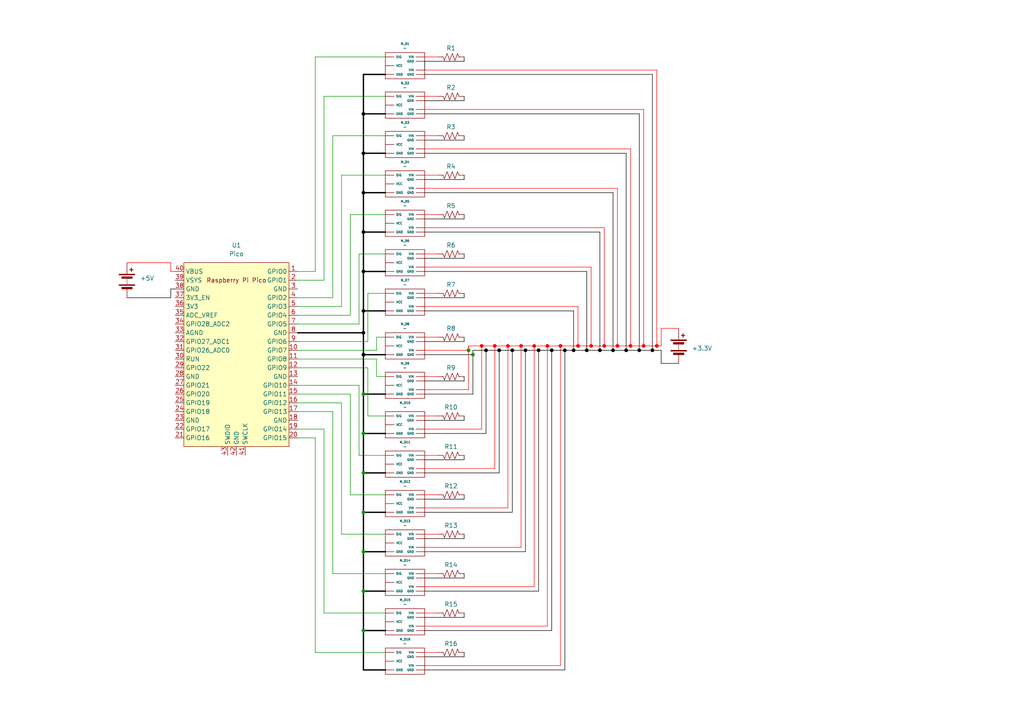
<source format=kicad_sch>
(kicad_sch (version 20231120) (generator "eeschema") (generator_version "8.0")
  (paper "A4")
  (title_block (title "Starfish Circuit Diagram") (date "2024-11-07"))
  (lib_symbols
    (symbol "Device:Battery" (pin_numbers hide) (pin_names (offset 0) hide)
      (property "Reference" "BT" (at 2.54 2.54 0))
      (property "Value" "Battery" (at 2.54 0 0))
      (symbol "Battery_0_1"
        (rectangle (start -2.286 -1.27) (end 2.286 -1.524) (fill (type outline)))
        (rectangle (start -2.286 1.778) (end 2.286 1.524) (fill (type outline)))
        (rectangle (start -1.524 -2.032) (end 1.524 -2.54) (fill (type outline)))
        (rectangle (start -1.524 1.016) (end 1.524 0.508) (fill (type outline)))
        (polyline (pts (xy 0 -1.016) (xy 0 -0.762)))
        (polyline (pts (xy 0 -0.508) (xy 0 -0.254)))
        (polyline (pts (xy 0 0) (xy 0 0.254)))
        (polyline (pts (xy 0 1.778) (xy 0 2.54)))
        (polyline (pts (xy 0.762 3.048) (xy 1.778 3.048)) (stroke (width 0.254)))
        (polyline (pts (xy 1.27 3.556) (xy 1.27 2.54)) (stroke (width 0.254)))
      )
      (symbol "Battery_1_1"
        (pin passive line (at 0 5.08 270) (length 2.54) (name "+") (number "1"))
        (pin passive line (at 0 -5.08 90) (length 2.54) (name "-") (number "2"))
      )
    )
    (symbol "Device:R_US" (pin_numbers hide) (pin_names (offset 0))
      (property "Reference" "R" (at 2.54 0 90))
      (property "Value" "R_US" (at -2.54 0 90))
      (symbol "R_US_0_1"
        (polyline (pts (xy 0 -2.286) (xy 0 -2.54)))
        (polyline (pts (xy 0 2.286) (xy 0 2.54)))
        (polyline (pts (xy 0 -0.762) (xy 1.016 -1.143) (xy 0 -1.524) (xy -1.016 -1.905) (xy 0 -2.286)))
        (polyline (pts (xy 0 0.762) (xy 1.016 0.381) (xy 0 0) (xy -1.016 -0.381) (xy 0 -0.762)))
        (polyline (pts (xy 0 2.286) (xy 1.016 1.905) (xy 0 1.524) (xy -1.016 1.143) (xy 0 0.762)))
      )
      (symbol "R_US_1_1"
        (pin passive line (at 0 3.81 270) (length 1.27) (name "~") (number "1"))
        (pin passive line (at 0 -3.81 90) (length 1.27) (name "~") (number "2"))
      )
    )
    (symbol "IRF520_MOSFET_Driver_1"
      (property "Reference" "M_D" (at 0 0 0))
      (symbol "IRF520_MOSFET_Driver_1_0_1"
        (rectangle (start 0 7.62) (end 11.43 0))
      )
      (symbol "IRF520_MOSFET_Driver_1_1_1"
        (pin input line (at 0 1.27 0) (length 2.54) (name "GND") (number ""))
        (pin output line (at 11.43 1.27 180) (length 2.54) (name "GND") (number ""))
        (pin output line (at 11.43 5.08 180) (length 2.54) (name "GND") (number ""))
        (pin input line (at 0 6.35 0) (length 2.54) (name "SIG") (number ""))
        (pin input line (at 0 3.81 0) (length 2.54) (name "VCC") (number ""))
        (pin input line (at 11.43 2.54 180) (length 2.54) (name "VIN") (number ""))
        (pin input line (at 11.43 6.35 180) (length 2.54) (name "VIN") (number ""))
      )
    )
    (symbol "MCU_RaspberryPi_and_Boards:Pico"
      (property "Reference" "U" (at -13.97 27.94 0))
      (property "Value" "Pico" (at 0 19.05 0))
      (symbol "Pico_0_0"
        (text "Raspberry Pi Pico" (at 0 21.59 0) (effects (font (size 1.27 1.27))))
      )
      (symbol "Pico_0_1"
        (rectangle (start -15.24 26.67) (end 15.24 -26.67) (fill (type background)))
      )
      (symbol "Pico_1_1"
        (pin bidirectional line (at -17.78 24.13 0) (length 2.54) (name "GPIO0") (number "1"))
        (pin bidirectional line (at -17.78 1.27 0) (length 2.54) (name "GPIO7") (number "10"))
        (pin bidirectional line (at -17.78 -1.27 0) (length 2.54) (name "GPIO8") (number "11"))
        (pin bidirectional line (at -17.78 -3.81 0) (length 2.54) (name "GPIO9") (number "12"))
        (pin power_in line (at -17.78 -6.35 0) (length 2.54) (name "GND") (number "13"))
        (pin bidirectional line (at -17.78 -8.89 0) (length 2.54) (name "GPIO10") (number "14"))
        (pin bidirectional line (at -17.78 -11.43 0) (length 2.54) (name "GPIO11") (number "15"))
        (pin bidirectional line (at -17.78 -13.97 0) (length 2.54) (name "GPIO12") (number "16"))
        (pin bidirectional line (at -17.78 -16.51 0) (length 2.54) (name "GPIO13") (number "17"))
        (pin power_in line (at -17.78 -19.05 0) (length 2.54) (name "GND") (number "18"))
        (pin bidirectional line (at -17.78 -21.59 0) (length 2.54) (name "GPIO14") (number "19"))
        (pin bidirectional line (at -17.78 21.59 0) (length 2.54) (name "GPIO1") (number "2"))
        (pin bidirectional line (at -17.78 -24.13 0) (length 2.54) (name "GPIO15") (number "20"))
        (pin bidirectional line (at 17.78 -24.13 180) (length 2.54) (name "GPIO16") (number "21"))
        (pin bidirectional line (at 17.78 -21.59 180) (length 2.54) (name "GPIO17") (number "22"))
        (pin power_in line (at 17.78 -19.05 180) (length 2.54) (name "GND") (number "23"))
        (pin bidirectional line (at 17.78 -16.51 180) (length 2.54) (name "GPIO18") (number "24"))
        (pin bidirectional line (at 17.78 -13.97 180) (length 2.54) (name "GPIO19") (number "25"))
        (pin bidirectional line (at 17.78 -11.43 180) (length 2.54) (name "GPIO20") (number "26"))
        (pin bidirectional line (at 17.78 -8.89 180) (length 2.54) (name "GPIO21") (number "27"))
        (pin power_in line (at 17.78 -6.35 180) (length 2.54) (name "GND") (number "28"))
        (pin bidirectional line (at 17.78 -3.81 180) (length 2.54) (name "GPIO22") (number "29"))
        (pin power_in line (at -17.78 19.05 0) (length 2.54) (name "GND") (number "3"))
        (pin input line (at 17.78 -1.27 180) (length 2.54) (name "RUN") (number "30"))
        (pin bidirectional line (at 17.78 1.27 180) (length 2.54) (name "GPIO26_ADC0") (number "31"))
        (pin bidirectional line (at 17.78 3.81 180) (length 2.54) (name "GPIO27_ADC1") (number "32"))
        (pin power_in line (at 17.78 6.35 180) (length 2.54) (name "AGND") (number "33"))
        (pin bidirectional line (at 17.78 8.89 180) (length 2.54) (name "GPIO28_ADC2") (number "34"))
        (pin power_in line (at 17.78 11.43 180) (length 2.54) (name "ADC_VREF") (number "35"))
        (pin power_in line (at 17.78 13.97 180) (length 2.54) (name "3V3") (number "36"))
        (pin input line (at 17.78 16.51 180) (length 2.54) (name "3V3_EN") (number "37"))
        (pin bidirectional line (at 17.78 19.05 180) (length 2.54) (name "GND") (number "38"))
        (pin power_in line (at 17.78 21.59 180) (length 2.54) (name "VSYS") (number "39"))
        (pin bidirectional line (at -17.78 16.51 0) (length 2.54) (name "GPIO2") (number "4"))
        (pin power_in line (at 17.78 24.13 180) (length 2.54) (name "VBUS") (number "40"))
        (pin input line (at -2.54 -29.21 90) (length 2.54) (name "SWCLK") (number "41"))
        (pin power_in line (at 0 -29.21 90) (length 2.54) (name "GND") (number "42"))
        (pin bidirectional line (at 2.54 -29.21 90) (length 2.54) (name "SWDIO") (number "43"))
        (pin bidirectional line (at -17.78 13.97 0) (length 2.54) (name "GPIO3") (number "5"))
        (pin bidirectional line (at -17.78 11.43 0) (length 2.54) (name "GPIO4") (number "6"))
        (pin bidirectional line (at -17.78 8.89 0) (length 2.54) (name "GPIO5") (number "7"))
        (pin power_in line (at -17.78 6.35 0) (length 2.54) (name "GND") (number "8"))
        (pin bidirectional line (at -17.78 3.81 0) (length 2.54) (name "GPIO6") (number "9"))
      )
    )
  )
  (junction (at 148.59 101.6) (color 0 0 0 1))
  (junction (at 152.4 101.6) (color 0 0 0 1))
  (junction (at 189.23 101.6) (color 0 0 0 1))
  (junction (at 105.41 148.59))
  (junction (at 105.41 55.88) (color 0 0 0 1))
  (junction (at 173.99 101.6) (color 0 0 0 1))
  (junction (at 105.41 78.74) (color 0 0 0 1))
  (junction (at 166.37 101.6) (color 0 0 0 1))
  (junction (at 186.69 100.33) (color 253 0 0 1))
  (junction (at 181.61 101.6) (color 0 0 0 1))
  (junction (at 151.13 100.33) (color 253 0 0 1))
  (junction (at 105.41 137.16))
  (junction (at 105.41 96.52) (color 0 0 0 1))
  (junction (at 190.5 100.33) (color 253 0 0 1))
  (junction (at 171.45 100.33) (color 253 0 0 1))
  (junction (at 105.41 67.31) (color 0 0 0 1))
  (junction (at 105.41 125.73))
  (junction (at 105.41 171.45))
  (junction (at 160.02 101.6) (color 0 0 0 1))
  (junction (at 135.89 101.6))
  (junction (at 182.88 100.33) (color 253 0 0 1))
  (junction (at 105.41 182.88))
  (junction (at 137.16 102.87))
  (junction (at 154.94 100.33) (color 253 0 0 1))
  (junction (at 105.41 90.17) (color 0 0 0 1))
  (junction (at 105.41 114.3))
  (junction (at 167.64 100.33) (color 253 0 0 1))
  (junction (at 170.18 101.6) (color 0 0 0 1))
  (junction (at 139.7 100.33) (color 253 0 0 1))
  (junction (at 177.8 101.6) (color 0 0 0 1))
  (junction (at 163.83 101.6) (color 0 0 0 1))
  (junction (at 147.32 100.33) (color 253 0 0 1))
  (junction (at 143.51 100.33) (color 253 0 0 1))
  (junction (at 105.41 160.02))
  (junction (at 105.41 102.87) (color 0 0 0 1))
  (junction (at 185.42 101.6) (color 0 0 0 1))
  (junction (at 175.26 100.33) (color 253 0 0 1))
  (junction (at 144.78 101.6) (color 0 0 0 1))
  (junction (at 156.21 101.6) (color 0 0 0 1))
  (junction (at 179.07 100.33) (color 253 0 0 1))
  (junction (at 105.41 44.45) (color 0 0 0 1))
  (junction (at 140.97 101.6) (color 0 0 0 1))
  (junction (at 105.41 33.02) (color 0 0 0 1))
  (junction (at 158.75 100.33) (color 253 0 0 1))
  (junction (at 162.56 100.33) (color 253 0 0 1))
  (wire (pts (xy 105.41 33.02) (xy 111.76 33.02)) (stroke (width 0.381) (color 0 0 0 1)))
  (wire (pts (xy 134.62 154.94) (xy 134.62 156.21)) (stroke (width 0) (color 0 0 0 1)))
  (wire (pts (xy 104.14 111.76) (xy 86.36 111.76)))
  (wire (pts (xy 123.19 52.07) (xy 134.62 52.07)) (stroke (width 0) (color 0 0 0 1)))
  (wire (pts (xy 123.19 78.74) (xy 170.18 78.74)) (stroke (width 0) (color 0 0 0 1)))
  (wire (pts (xy 167.64 100.33) (xy 171.45 100.33)) (stroke (width 0) (color 255 0 0 1)))
  (wire (pts (xy 135.89 101.6) (xy 135.89 100.33)) (stroke (width 0) (color 253 0 0 1)))
  (wire (pts (xy 189.23 101.6) (xy 191.77 101.6)) (stroke (width 0) (color 0 0 0 1)))
  (wire (pts (xy 152.4 101.6) (xy 156.21 101.6)) (stroke (width 0) (color 0 0 0 1)))
  (wire (pts (xy 190.5 20.32) (xy 190.5 100.33)) (stroke (width 0) (color 255 0 0 1)))
  (wire (pts (xy 91.44 16.51) (xy 111.76 16.51)))
  (wire (pts (xy 105.41 137.16) (xy 105.41 148.59)) (stroke (width 0.381) (color 0 0 0 1)))
  (wire (pts (xy 123.19 177.8) (xy 127 177.8)) (stroke (width 0) (color 255 0 0 1)))
  (wire (pts (xy 123.19 181.61) (xy 158.75 181.61)) (stroke (width 0) (color 253 0 0 1)))
  (wire (pts (xy 36.83 76.2) (xy 49.53 76.2)) (stroke (width 0) (color 251 0 0 1)))
  (wire (pts (xy 143.51 135.89) (xy 143.51 100.33)) (stroke (width 0) (color 253 0 0 1)))
  (wire (pts (xy 49.53 86.36) (xy 36.83 86.36)) (stroke (width 0) (color 0 0 0 1)))
  (wire (pts (xy 123.19 31.75) (xy 186.69 31.75)) (stroke (width 0) (color 255 0 0 1)))
  (wire (pts (xy 105.41 137.16) (xy 111.76 137.16)) (stroke (width 0.381) (color 0 0 0 1)))
  (wire (pts (xy 123.19 86.36) (xy 134.62 86.36)) (stroke (width 0) (color 0 0 0 1)))
  (wire (pts (xy 93.98 81.28) (xy 86.36 81.28)))
  (wire (pts (xy 134.62 109.22) (xy 134.62 110.49)) (stroke (width 0) (color 0 0 0 1)))
  (wire (pts (xy 143.51 100.33) (xy 147.32 100.33)) (stroke (width 0) (color 255 0 0 1)))
  (wire (pts (xy 144.78 101.6) (xy 148.59 101.6)) (stroke (width 0) (color 0 0 0 1)))
  (wire (pts (xy 101.6 143.51) (xy 101.6 114.3)))
  (wire (pts (xy 105.41 148.59) (xy 105.41 160.02)) (stroke (width 0.381) (color 0 0 0 1)))
  (wire (pts (xy 154.94 170.18) (xy 154.94 100.33)) (stroke (width 0) (color 253 0 0 1)))
  (wire (pts (xy 127 16.51) (xy 123.19 16.51)) (stroke (width 0) (color 255 0 0 1)))
  (wire (pts (xy 179.07 100.33) (xy 182.88 100.33)) (stroke (width 0) (color 255 0 0 1)))
  (wire (pts (xy 134.62 97.79) (xy 134.62 99.06)) (stroke (width 0) (color 0 0 0 1)))
  (wire (pts (xy 154.94 100.33) (xy 158.75 100.33)) (stroke (width 0) (color 255 0 0 1)))
  (wire (pts (xy 93.98 27.94) (xy 93.98 81.28)))
  (wire (pts (xy 137.16 114.3) (xy 137.16 102.87)) (stroke (width 0) (color 0 0 0 1)))
  (wire (pts (xy 134.62 85.09) (xy 134.62 86.36)) (stroke (width 0) (color 0 0 0 1)))
  (wire (pts (xy 123.19 125.73) (xy 140.97 125.73)) (stroke (width 0) (color 0 0 0 1)))
  (wire (pts (xy 111.76 177.8) (xy 93.98 177.8)))
  (wire (pts (xy 162.56 193.04) (xy 162.56 100.33)) (stroke (width 0) (color 253 0 0 1)))
  (wire (pts (xy 123.19 99.06) (xy 134.62 99.06)) (stroke (width 0) (color 0 0 0 1)))
  (wire (pts (xy 134.62 62.23) (xy 134.62 63.5)) (stroke (width 0) (color 0 0 0 1)))
  (wire (pts (xy 123.19 193.04) (xy 162.56 193.04)) (stroke (width 0) (color 253 0 0 1)))
  (wire (pts (xy 123.19 43.18) (xy 182.88 43.18)) (stroke (width 0) (color 255 0 0 1)))
  (wire (pts (xy 152.4 160.02) (xy 152.4 101.6)) (stroke (width 0) (color 0 0 0 1)))
  (wire (pts (xy 123.19 144.78) (xy 134.62 144.78)) (stroke (width 0) (color 0 0 0 1)))
  (wire (pts (xy 105.41 33.02) (xy 105.41 44.45)) (stroke (width 0.381) (color 0 0 0 1)))
  (wire (pts (xy 181.61 44.45) (xy 181.61 101.6)) (stroke (width 0) (color 0 0 0 1)))
  (wire (pts (xy 134.62 177.8) (xy 134.62 179.07)) (stroke (width 0) (color 0 0 0 1)))
  (wire (pts (xy 127 50.8) (xy 123.19 50.8)) (stroke (width 0) (color 255 0 0 1)))
  (wire (pts (xy 123.19 102.87) (xy 137.16 102.87)) (stroke (width 0) (color 0 0 0 1)))
  (wire (pts (xy 191.77 105.41) (xy 196.85 105.41)) (stroke (width 0) (color 0 0 0 1)))
  (wire (pts (xy 123.19 190.5) (xy 134.62 190.5)) (stroke (width 0) (color 0 0 0 1)))
  (wire (pts (xy 123.19 179.07) (xy 134.62 179.07)) (stroke (width 0) (color 0 0 0 1)))
  (wire (pts (xy 123.19 160.02) (xy 152.4 160.02)) (stroke (width 0) (color 0 0 0 1)))
  (wire (pts (xy 177.8 55.88) (xy 177.8 101.6)) (stroke (width 0) (color 0 0 0 1)))
  (wire (pts (xy 167.64 88.9) (xy 167.64 100.33)) (stroke (width 0) (color 255 0 0 1)))
  (wire (pts (xy 123.19 40.64) (xy 134.62 40.64)) (stroke (width 0) (color 0 0 0 1)))
  (wire (pts (xy 123.19 124.46) (xy 139.7 124.46)) (stroke (width 0) (color 253 0 0 1)))
  (wire (pts (xy 96.52 39.37) (xy 96.52 86.36)))
  (wire (pts (xy 96.52 166.37) (xy 96.52 119.38)))
  (wire (pts (xy 91.44 189.23) (xy 91.44 127)))
  (wire (pts (xy 134.62 132.08) (xy 134.62 133.35)) (stroke (width 0) (color 0 0 0 1)))
  (wire (pts (xy 190.5 100.33) (xy 191.77 100.33)) (stroke (width 0) (color 255 0 0 1)))
  (wire (pts (xy 134.62 16.51) (xy 134.62 17.78)) (stroke (width 0) (color 0 0 0 1)))
  (wire (pts (xy 140.97 125.73) (xy 140.97 101.6)) (stroke (width 0) (color 0 0 0 1)))
  (wire (pts (xy 104.14 93.98) (xy 86.36 93.98)))
  (wire (pts (xy 91.44 78.74) (xy 86.36 78.74)))
  (wire (pts (xy 105.41 171.45) (xy 105.41 182.88)) (stroke (width 0.381) (color 0 0 0 1)))
  (wire (pts (xy 99.06 116.84) (xy 86.36 116.84)))
  (wire (pts (xy 123.19 17.78) (xy 123.19 20.32)) (stroke (width 0) (color 0 0 0 1)))
  (wire (pts (xy 105.41 160.02) (xy 105.41 171.45)) (stroke (width 0.381) (color 0 0 0 1)))
  (wire (pts (xy 123.19 170.18) (xy 154.94 170.18)) (stroke (width 0) (color 253 0 0 1)))
  (wire (pts (xy 166.37 101.6) (xy 170.18 101.6)) (stroke (width 0) (color 0 0 0 1)))
  (wire (pts (xy 93.98 177.8) (xy 93.98 124.46)))
  (wire (pts (xy 105.41 171.45) (xy 111.76 171.45)) (stroke (width 0.381) (color 0 0 0 1)))
  (wire (pts (xy 123.19 137.16) (xy 144.78 137.16)) (stroke (width 0) (color 0 0 0 1)))
  (wire (pts (xy 123.19 194.31) (xy 163.83 194.31)) (stroke (width 0) (color 0 0 0 1)))
  (wire (pts (xy 111.76 166.37) (xy 96.52 166.37)))
  (wire (pts (xy 111.76 39.37) (xy 96.52 39.37)))
  (wire (pts (xy 91.44 127) (xy 86.36 127)))
  (wire (pts (xy 185.42 101.6) (xy 189.23 101.6)) (stroke (width 0) (color 0 0 0 1)))
  (wire (pts (xy 177.8 101.6) (xy 181.61 101.6)) (stroke (width 0) (color 0 0 0 1)))
  (wire (pts (xy 179.07 54.61) (xy 179.07 100.33)) (stroke (width 0) (color 255 0 0 1)))
  (wire (pts (xy 105.41 194.31) (xy 105.41 182.88)) (stroke (width 0.381) (color 0 0 0 1)))
  (wire (pts (xy 134.62 39.37) (xy 134.62 40.64)) (stroke (width 0) (color 0 0 0 1)))
  (wire (pts (xy 105.41 55.88) (xy 111.76 55.88)) (stroke (width 0.381) (color 0 0 0 1)))
  (wire (pts (xy 182.88 43.18) (xy 182.88 100.33)) (stroke (width 0) (color 255 0 0 1)))
  (wire (pts (xy 111.76 189.23) (xy 91.44 189.23)))
  (wire (pts (xy 109.22 109.22) (xy 111.76 109.22)))
  (wire (pts (xy 123.19 143.51) (xy 127 143.51)) (stroke (width 0) (color 255 0 0 1)))
  (wire (pts (xy 158.75 100.33) (xy 162.56 100.33)) (stroke (width 0) (color 255 0 0 1)))
  (wire (pts (xy 147.32 100.33) (xy 151.13 100.33)) (stroke (width 0) (color 255 0 0 1)))
  (wire (pts (xy 105.41 114.3) (xy 105.41 125.73)) (stroke (width 0.381) (color 0 0 0 1)))
  (wire (pts (xy 50.8 83.82) (xy 49.53 83.82)) (stroke (width 0) (color 0 0 0 1)))
  (wire (pts (xy 123.19 33.02) (xy 185.42 33.02)) (stroke (width 0) (color 0 0 0 1)))
  (wire (pts (xy 148.59 148.59) (xy 148.59 101.6)) (stroke (width 0) (color 0 0 0 1)))
  (wire (pts (xy 181.61 101.6) (xy 185.42 101.6)) (stroke (width 0) (color 0 0 0 1)))
  (wire (pts (xy 148.59 101.6) (xy 152.4 101.6)) (stroke (width 0) (color 0 0 0 1)))
  (wire (pts (xy 123.19 66.04) (xy 175.26 66.04)) (stroke (width 0) (color 255 0 0 1)))
  (wire (pts (xy 123.19 109.22) (xy 127 109.22)) (stroke (width 0) (color 255 0 0 1)))
  (wire (pts (xy 105.41 44.45) (xy 111.76 44.45)) (stroke (width 0.381) (color 0 0 0 1)))
  (wire (pts (xy 106.68 106.68) (xy 86.36 106.68)))
  (wire (pts (xy 173.99 67.31) (xy 173.99 101.6)) (stroke (width 0) (color 0 0 0 1)))
  (wire (pts (xy 123.19 167.64) (xy 134.62 167.64)) (stroke (width 0) (color 0 0 0 1)))
  (wire (pts (xy 151.13 100.33) (xy 154.94 100.33)) (stroke (width 0) (color 255 0 0 1)))
  (wire (pts (xy 127 120.65) (xy 123.19 120.65)) (stroke (width 0) (color 255 0 0 1)))
  (wire (pts (xy 123.19 132.08) (xy 127 132.08)) (stroke (width 0) (color 255 0 0 1)))
  (wire (pts (xy 123.19 101.6) (xy 135.89 101.6)) (stroke (width 0) (color 255 0 0 1)))
  (wire (pts (xy 134.62 73.66) (xy 134.62 74.93)) (stroke (width 0) (color 0 0 0 1)))
  (wire (pts (xy 105.41 102.87) (xy 111.76 102.87)) (stroke (width 0.381) (color 0 0 0 1)))
  (wire (pts (xy 105.41 148.59) (xy 111.76 148.59)) (stroke (width 0.381) (color 0 0 0 1)))
  (wire (pts (xy 163.83 101.6) (xy 166.37 101.6)) (stroke (width 0) (color 0 0 0 1)))
  (wire (pts (xy 170.18 101.6) (xy 173.99 101.6)) (stroke (width 0) (color 0 0 0 1)))
  (wire (pts (xy 105.41 78.74) (xy 111.76 78.74)) (stroke (width 0.381) (color 0 0 0 1)))
  (wire (pts (xy 123.19 74.93) (xy 134.62 74.93)) (stroke (width 0) (color 0 0 0 1)))
  (wire (pts (xy 144.78 137.16) (xy 144.78 101.6)) (stroke (width 0) (color 0 0 0 1)))
  (wire (pts (xy 123.19 189.23) (xy 127 189.23)) (stroke (width 0) (color 255 0 0 1)))
  (wire (pts (xy 111.76 85.09) (xy 106.68 85.09)))
  (wire (pts (xy 137.16 101.6) (xy 140.97 101.6)) (stroke (width 0) (color 0 0 0 1)))
  (wire (pts (xy 175.26 66.04) (xy 175.26 100.33)) (stroke (width 0) (color 255 0 0 1)))
  (wire (pts (xy 105.41 67.31) (xy 105.41 78.74)) (stroke (width 0.381) (color 0 0 0 1)))
  (wire (pts (xy 105.41 102.87) (xy 105.41 114.3)) (stroke (width 0.381) (color 0 0 0 1)))
  (wire (pts (xy 105.41 114.3) (xy 111.76 114.3)) (stroke (width 0.381) (color 0 0 0 1)))
  (wire (pts (xy 139.7 124.46) (xy 139.7 100.33)) (stroke (width 0) (color 253 0 0 1)))
  (wire (pts (xy 123.19 77.47) (xy 171.45 77.47)) (stroke (width 0) (color 255 0 0 1)))
  (wire (pts (xy 105.41 160.02) (xy 111.76 160.02)) (stroke (width 0.381) (color 0 0 0 1)))
  (wire (pts (xy 182.88 100.33) (xy 186.69 100.33)) (stroke (width 0) (color 255 0 0 1)))
  (wire (pts (xy 93.98 124.46) (xy 86.36 124.46)))
  (wire (pts (xy 173.99 101.6) (xy 177.8 101.6)) (stroke (width 0) (color 0 0 0 1)))
  (wire (pts (xy 105.41 96.52) (xy 86.36 96.52)) (stroke (width 0.381) (color 0 0 0 1)))
  (wire (pts (xy 99.06 154.94) (xy 99.06 116.84)))
  (wire (pts (xy 105.41 90.17) (xy 105.41 96.52)) (stroke (width 0.381) (color 0 0 0 1)))
  (wire (pts (xy 123.19 113.03) (xy 135.89 113.03)) (stroke (width 0) (color 253 0 0 1)))
  (wire (pts (xy 163.83 194.31) (xy 163.83 101.6)) (stroke (width 0) (color 0 0 0 1)))
  (wire (pts (xy 101.6 114.3) (xy 86.36 114.3)))
  (wire (pts (xy 101.6 91.44) (xy 86.36 91.44)))
  (wire (pts (xy 171.45 100.33) (xy 175.26 100.33)) (stroke (width 0) (color 255 0 0 1)))
  (wire (pts (xy 111.76 154.94) (xy 99.06 154.94)))
  (wire (pts (xy 123.19 29.21) (xy 134.62 29.21)) (stroke (width 0) (color 0 0 0 1)))
  (wire (pts (xy 134.62 50.8) (xy 134.62 52.07)) (stroke (width 0) (color 0 0 0 1)))
  (wire (pts (xy 123.19 171.45) (xy 156.21 171.45)) (stroke (width 0) (color 0 0 0 1)))
  (wire (pts (xy 106.68 120.65) (xy 106.68 106.68)))
  (wire (pts (xy 123.19 114.3) (xy 137.16 114.3)) (stroke (width 0) (color 0 0 0 1)))
  (wire (pts (xy 123.19 148.59) (xy 148.59 148.59)) (stroke (width 0) (color 0 0 0 1)))
  (wire (pts (xy 105.41 90.17) (xy 111.76 90.17)) (stroke (width 0.381) (color 0 0 0 1)))
  (wire (pts (xy 123.19 21.59) (xy 189.23 21.59)) (stroke (width 0) (color 0 0 0 1)))
  (wire (pts (xy 105.41 125.73) (xy 111.76 125.73)) (stroke (width 0.381) (color 0 0 0 1)))
  (wire (pts (xy 123.19 121.92) (xy 134.62 121.92)) (stroke (width 0) (color 0 0 0 1)))
  (wire (pts (xy 171.45 77.47) (xy 171.45 100.33)) (stroke (width 0) (color 255 0 0 1)))
  (wire (pts (xy 170.18 78.74) (xy 170.18 101.6)) (stroke (width 0) (color 0 0 0 1)))
  (wire (pts (xy 105.41 44.45) (xy 105.41 55.88)) (stroke (width 0.381) (color 0 0 0 1)))
  (wire (pts (xy 186.69 31.75) (xy 186.69 100.33)) (stroke (width 0) (color 255 0 0 1)))
  (wire (pts (xy 111.76 143.51) (xy 101.6 143.51)))
  (wire (pts (xy 123.19 133.35) (xy 134.62 133.35)) (stroke (width 0) (color 0 0 0 1)))
  (wire (pts (xy 123.19 88.9) (xy 167.64 88.9)) (stroke (width 0) (color 255 0 0 1)))
  (wire (pts (xy 123.19 90.17) (xy 166.37 90.17)) (stroke (width 0) (color 0 0 0 1)))
  (wire (pts (xy 111.76 50.8) (xy 99.06 50.8)))
  (wire (pts (xy 127 62.23) (xy 123.19 62.23)) (stroke (width 0) (color 255 0 0 1)))
  (wire (pts (xy 127 39.37) (xy 123.19 39.37)) (stroke (width 0) (color 255 0 0 1)))
  (wire (pts (xy 105.41 125.73) (xy 105.41 137.16)) (stroke (width 0.381) (color 0 0 0 1)))
  (wire (pts (xy 105.41 55.88) (xy 105.41 67.31)) (stroke (width 0.381) (color 0 0 0 1)))
  (wire (pts (xy 191.77 95.25) (xy 196.85 95.25)) (stroke (width 0) (color 255 0 0 1)))
  (wire (pts (xy 123.19 97.79) (xy 127 97.79)) (stroke (width 0) (color 255 0 0 1)))
  (wire (pts (xy 111.76 27.94) (xy 93.98 27.94)))
  (wire (pts (xy 111.76 62.23) (xy 101.6 62.23)))
  (wire (pts (xy 134.62 166.37) (xy 134.62 167.64)) (stroke (width 0) (color 0 0 0 1)))
  (wire (pts (xy 123.19 156.21) (xy 134.62 156.21)) (stroke (width 0) (color 0 0 0 1)))
  (wire (pts (xy 105.41 182.88) (xy 111.76 182.88)) (stroke (width 0.381) (color 0 0 0 1)))
  (wire (pts (xy 127 27.94) (xy 123.19 27.94)) (stroke (width 0) (color 255 0 0 1)))
  (wire (pts (xy 175.26 100.33) (xy 179.07 100.33)) (stroke (width 0) (color 255 0 0 1)))
  (wire (pts (xy 123.19 67.31) (xy 173.99 67.31)) (stroke (width 0) (color 0 0 0 1)))
  (wire (pts (xy 123.19 17.78) (xy 134.62 17.78)) (stroke (width 0) (color 0 0 0 1)))
  (wire (pts (xy 99.06 50.8) (xy 99.06 88.9)))
  (wire (pts (xy 134.62 143.51) (xy 134.62 144.78)) (stroke (width 0) (color 0 0 0 1)))
  (wire (pts (xy 135.89 101.6) (xy 135.89 100.33)) (stroke (width 0) (color 255 0 0 1)))
  (wire (pts (xy 160.02 182.88) (xy 160.02 101.6)) (stroke (width 0) (color 0 0 0 1)))
  (wire (pts (xy 105.41 67.31) (xy 111.76 67.31)) (stroke (width 0.381) (color 0 0 0 1)))
  (wire (pts (xy 105.41 96.52) (xy 105.41 102.87)) (stroke (width 0.381) (color 0 0 0 1)))
  (wire (pts (xy 151.13 158.75) (xy 151.13 100.33)) (stroke (width 0) (color 253 0 0 1)))
  (wire (pts (xy 111.76 21.59) (xy 105.41 21.59)) (stroke (width 0.381) (color 0 0 0 1)))
  (wire (pts (xy 104.14 73.66) (xy 104.14 93.98)))
  (wire (pts (xy 191.77 95.25) (xy 191.77 100.33)) (stroke (width 0) (color 255 0 0 1)))
  (wire (pts (xy 109.22 101.6) (xy 86.36 101.6)))
  (wire (pts (xy 134.62 189.23) (xy 134.62 190.5)) (stroke (width 0) (color 0 0 0 1)))
  (wire (pts (xy 134.62 27.94) (xy 134.62 29.21)) (stroke (width 0) (color 0 0 0 1)))
  (wire (pts (xy 191.77 105.41) (xy 191.77 101.6)) (stroke (width 0) (color 0 0 0 1)))
  (wire (pts (xy 135.89 113.03) (xy 135.89 101.6)) (stroke (width 0) (color 253 0 0 1)))
  (wire (pts (xy 140.97 101.6) (xy 144.78 101.6)) (stroke (width 0) (color 0 0 0 1)))
  (wire (pts (xy 106.68 85.09) (xy 106.68 99.06)))
  (wire (pts (xy 162.56 100.33) (xy 167.64 100.33)) (stroke (width 0) (color 255 0 0 1)))
  (wire (pts (xy 123.19 110.49) (xy 134.62 110.49)) (stroke (width 0) (color 0 0 0 1)))
  (wire (pts (xy 96.52 86.36) (xy 86.36 86.36)))
  (wire (pts (xy 123.19 154.94) (xy 127 154.94)) (stroke (width 0) (color 255 0 0 1)))
  (wire (pts (xy 123.19 44.45) (xy 181.61 44.45)) (stroke (width 0) (color 0 0 0 1)))
  (wire (pts (xy 190.5 20.32) (xy 123.19 20.32)) (stroke (width 0) (color 255 0 0 1)))
  (wire (pts (xy 156.21 171.45) (xy 156.21 101.6)) (stroke (width 0) (color 0 0 0 1)))
  (wire (pts (xy 123.19 166.37) (xy 127 166.37)) (stroke (width 0) (color 255 0 0 1)))
  (wire (pts (xy 111.76 194.31) (xy 105.41 194.31)) (stroke (width 0.381) (color 0 0 0 1)))
  (wire (pts (xy 106.68 99.06) (xy 86.36 99.06)))
  (wire (pts (xy 96.52 119.38) (xy 86.36 119.38)))
  (wire (pts (xy 105.41 78.74) (xy 105.41 90.17)) (stroke (width 0.381) (color 0 0 0 1)))
  (wire (pts (xy 123.19 63.5) (xy 134.62 63.5)) (stroke (width 0) (color 0 0 0 1)))
  (wire (pts (xy 189.23 21.59) (xy 189.23 101.6)) (stroke (width 0) (color 0 0 0 1)))
  (wire (pts (xy 166.37 90.17) (xy 166.37 101.6)) (stroke (width 0) (color 0 0 0 1)))
  (wire (pts (xy 185.42 33.02) (xy 185.42 101.6)) (stroke (width 0) (color 0 0 0 1)))
  (wire (pts (xy 111.76 132.08) (xy 104.14 132.08)))
  (wire (pts (xy 139.7 100.33) (xy 143.51 100.33)) (stroke (width 0) (color 255 0 0 1)))
  (wire (pts (xy 135.89 100.33) (xy 139.7 100.33)) (stroke (width 0) (color 255 0 0 1)))
  (wire (pts (xy 147.32 147.32) (xy 147.32 100.33)) (stroke (width 0) (color 253 0 0 1)))
  (wire (pts (xy 123.19 135.89) (xy 143.51 135.89)) (stroke (width 0) (color 253 0 0 1)))
  (wire (pts (xy 111.76 120.65) (xy 106.68 120.65)))
  (wire (pts (xy 123.19 54.61) (xy 179.07 54.61)) (stroke (width 0) (color 255 0 0 1)))
  (wire (pts (xy 127 73.66) (xy 123.19 73.66)) (stroke (width 0) (color 255 0 0 1)))
  (wire (pts (xy 49.53 78.74) (xy 49.53 76.2)) (stroke (width 0) (color 251 0 0 1)))
  (wire (pts (xy 160.02 101.6) (xy 163.83 101.6)) (stroke (width 0) (color 0 0 0 1)))
  (wire (pts (xy 137.16 102.87) (xy 137.16 101.6)) (stroke (width 0) (color 0 0 0 1)))
  (wire (pts (xy 109.22 104.14) (xy 86.36 104.14)))
  (wire (pts (xy 134.62 120.65) (xy 134.62 121.92)) (stroke (width 0) (color 0 0 0 1)))
  (wire (pts (xy 49.53 78.74) (xy 50.8 78.74)) (stroke (width 0) (color 251 0 0 1)))
  (wire (pts (xy 109.22 109.22) (xy 109.22 104.14)))
  (wire (pts (xy 158.75 181.61) (xy 158.75 100.33)) (stroke (width 0) (color 253 0 0 1)))
  (wire (pts (xy 49.53 83.82) (xy 49.53 86.36)) (stroke (width 0) (color 0 0 0 1)))
  (wire (pts (xy 104.14 132.08) (xy 104.14 111.76)))
  (wire (pts (xy 156.21 101.6) (xy 160.02 101.6)) (stroke (width 0) (color 0 0 0 1)))
  (wire (pts (xy 111.76 97.79) (xy 109.22 97.79)))
  (wire (pts (xy 186.69 100.33) (xy 190.5 100.33)) (stroke (width 0) (color 255 0 0 1)))
  (wire (pts (xy 99.06 88.9) (xy 86.36 88.9)))
  (wire (pts (xy 91.44 16.51) (xy 91.44 78.74)))
  (wire (pts (xy 123.19 158.75) (xy 151.13 158.75)) (stroke (width 0) (color 253 0 0 1)))
  (wire (pts (xy 123.19 55.88) (xy 177.8 55.88)) (stroke (width 0) (color 0 0 0 1)))
  (wire (pts (xy 105.41 21.59) (xy 105.41 33.02)) (stroke (width 0.381) (color 0 0 0 1)))
  (wire (pts (xy 101.6 62.23) (xy 101.6 91.44)))
  (wire (pts (xy 111.76 73.66) (xy 104.14 73.66)))
  (wire (pts (xy 127 85.09) (xy 123.19 85.09)) (stroke (width 0) (color 255 0 0 1)))
  (wire (pts (xy 123.19 182.88) (xy 160.02 182.88)) (stroke (width 0) (color 0 0 0 1)))
  (wire (pts (xy 123.19 147.32) (xy 147.32 147.32)) (stroke (width 0) (color 253 0 0 1)))
  (wire (pts (xy 109.22 97.79) (xy 109.22 101.6)))
  (symbol (lib_id "Device:Battery") (at 36.83 81.28 0) (unit 1)
    (property "Reference" "BT2" (effects (hide yes)))
    (property "Value" "+5V" (at 40.64 80.7084 0) (effects (justify left)))
    (property "Description" "Multiple-cell battery" (effects (hide yes)))
  )
  (symbol (lib_name "IRF520_MOSFET_Driver_1") (lib_id "MOSFET_Driver:IRF520_MOSFET_Driver") (at 111.76 195.58 0) (unit 1)
    (property "Reference" "M_D16" (at 117.475 185.42 0) (effects (font (size 0.635 0.635))))
    (property "Value" "~" (at 117.475 186.69 0))
  )
  (symbol (lib_id "Device:Battery") (at 196.85 100.33 0) (unit 1)
    (property "Reference" "BT1" (effects (hide yes)))
    (property "Value" "+3.3V" (at 200.66 101.0284 0) (effects (justify left)))
    (property "Description" "Multiple-cell battery" (effects (hide yes)))
  )
  (symbol (lib_id "Device:R_US") (at 130.81 85.09 270) (mirror x) (unit 1)
    (property "Reference" "R7" (at 130.81 82.55 90))
    (property "Value" "R_US" (effects (hide yes)))
    (property "Description" "Resistor, US symbol" (effects (hide yes)))
  )
  (symbol (lib_name "IRF520_MOSFET_Driver_1") (lib_id "MOSFET_Driver:IRF520_MOSFET_Driver") (at 111.76 80.01 0) (unit 1)
    (property "Reference" "M_D6" (at 117.475 69.85 0) (effects (font (size 0.635 0.635))))
    (property "Value" "~" (at 117.475 71.12 0))
  )
  (symbol (lib_id "Device:R_US") (at 130.81 166.37 270) (mirror x) (unit 1)
    (property "Reference" "R14" (at 130.81 163.83 90))
    (property "Value" "R_US" (effects (hide yes)))
    (property "Description" "Resistor, US symbol" (effects (hide yes)))
  )
  (symbol (lib_id "Device:R_US") (at 130.81 39.37 270) (mirror x) (unit 1)
    (property "Reference" "R3" (at 130.81 36.83 90))
    (property "Value" "R_US" (effects (hide yes)))
    (property "Description" "Resistor, US symbol" (effects (hide yes)))
  )
  (symbol (lib_id "Device:R_US") (at 130.81 120.65 270) (mirror x) (unit 1)
    (property "Reference" "R10" (at 130.81 118.11 90))
    (property "Value" "R_US" (effects (hide yes)))
    (property "Description" "Resistor, US symbol" (effects (hide yes)))
  )
  (symbol (lib_id "Device:R_US") (at 130.81 27.94 270) (mirror x) (unit 1)
    (property "Reference" "R2" (at 130.81 25.4 90))
    (property "Value" "R_US" (effects (hide yes)))
    (property "Description" "Resistor, US symbol" (effects (hide yes)))
  )
  (symbol (lib_id "Device:R_US") (at 130.81 97.79 270) (mirror x) (unit 1)
    (property "Reference" "R8" (at 130.81 95.25 90))
    (property "Value" "R_US" (effects (hide yes)))
    (property "Description" "Resistor, US symbol" (effects (hide yes)))
  )
  (symbol (lib_id "Device:R_US") (at 130.81 132.08 270) (mirror x) (unit 1)
    (property "Reference" "R11" (at 130.81 129.54 90))
    (property "Value" "R_US" (effects (hide yes)))
    (property "Description" "Resistor, US symbol" (effects (hide yes)))
  )
  (symbol (lib_id "Device:R_US") (at 130.81 62.23 270) (mirror x) (unit 1)
    (property "Reference" "R5" (at 130.81 59.69 90))
    (property "Value" "R_US" (effects (hide yes)))
    (property "Description" "Resistor, US symbol" (effects (hide yes)))
  )
  (symbol (lib_name "IRF520_MOSFET_Driver_1") (lib_id "MOSFET_Driver:IRF520_MOSFET_Driver") (at 111.76 34.29 0) (unit 1)
    (property "Reference" "M_D2" (at 117.475 24.13 0) (effects (font (size 0.635 0.635))))
    (property "Value" "~" (at 117.475 25.4 0))
  )
  (symbol (lib_id "Device:R_US") (at 130.81 177.8 270) (mirror x) (unit 1)
    (property "Reference" "R15" (at 130.81 175.26 90))
    (property "Value" "R_US" (effects (hide yes)))
    (property "Description" "Resistor, US symbol" (effects (hide yes)))
  )
  (symbol (lib_name "IRF520_MOSFET_Driver_1") (lib_id "MOSFET_Driver:IRF520_MOSFET_Driver") (at 111.76 149.86 0) (unit 1)
    (property "Reference" "M_D12" (at 117.475 139.7 0) (effects (font (size 0.635 0.635))))
    (property "Value" "~" (at 117.475 140.97 0))
  )
  (symbol (lib_id "MCU_RaspberryPi_and_Boards:Pico") (at 68.58 102.87 0) (mirror y) (unit 1)
    (property "Reference" "U1" (at 68.58 71.12 0))
    (property "Value" "Pico" (at 68.58 73.66 0))
    (property "Footprint" "RPi_Pico:RPi_Pico_SMD_TH" (effects (hide yes)))
  )
  (symbol (lib_name "IRF520_MOSFET_Driver_1") (lib_id "MOSFET_Driver:IRF520_MOSFET_Driver") (at 111.76 184.15 0) (unit 1)
    (property "Reference" "M_D15" (at 117.475 173.99 0) (effects (font (size 0.635 0.635))))
    (property "Value" "~" (at 117.475 175.26 0))
  )
  (symbol (lib_name "IRF520_MOSFET_Driver_1") (lib_id "MOSFET_Driver:IRF520_MOSFET_Driver") (at 111.76 161.29 0) (unit 1)
    (property "Reference" "M_D13" (at 117.475 151.13 0) (effects (font (size 0.635 0.635))))
    (property "Value" "~" (at 117.475 152.4 0))
  )
  (symbol (lib_name "IRF520_MOSFET_Driver_1") (lib_id "MOSFET_Driver:IRF520_MOSFET_Driver") (at 111.76 45.72 0) (unit 1)
    (property "Reference" "M_D3" (at 117.475 35.56 0) (effects (font (size 0.635 0.635))))
    (property "Value" "~" (at 117.475 36.83 0))
  )
  (symbol (lib_id "Device:R_US") (at 130.81 50.8 270) (mirror x) (unit 1)
    (property "Reference" "R4" (at 130.81 48.26 90))
    (property "Value" "R_US" (effects (hide yes)))
    (property "Description" "Resistor, US symbol" (effects (hide yes)))
  )
  (symbol (lib_name "IRF520_MOSFET_Driver_1") (lib_id "MOSFET_Driver:IRF520_MOSFET_Driver") (at 111.76 91.44 0) (unit 1)
    (property "Reference" "M_D7" (at 117.475 81.28 0) (effects (font (size 0.635 0.635))))
    (property "Value" "~" (at 117.475 82.55 0))
  )
  (symbol (lib_id "Device:R_US") (at 130.81 154.94 270) (mirror x) (unit 1)
    (property "Reference" "R13" (at 130.81 152.4 90))
    (property "Value" "R_US" (effects (hide yes)))
    (property "Description" "Resistor, US symbol" (effects (hide yes)))
  )
  (symbol (lib_name "IRF520_MOSFET_Driver_1") (lib_id "MOSFET_Driver:IRF520_MOSFET_Driver") (at 111.76 115.57 0) (unit 1)
    (property "Reference" "M_D9" (at 117.475 105.41 0) (effects (font (size 0.635 0.635))))
    (property "Value" "~" (at 117.475 106.68 0))
  )
  (symbol (lib_name "IRF520_MOSFET_Driver_1") (lib_id "MOSFET_Driver:IRF520_MOSFET_Driver") (at 111.76 104.14 0) (unit 1)
    (property "Reference" "M_D8" (at 117.475 93.98 0) (effects (font (size 0.635 0.635))))
    (property "Value" "~" (at 117.475 95.25 0))
  )
  (symbol (lib_name "IRF520_MOSFET_Driver_1") (lib_id "MOSFET_Driver:IRF520_MOSFET_Driver") (at 111.76 172.72 0) (unit 1)
    (property "Reference" "M_D14" (at 117.475 162.56 0) (effects (font (size 0.635 0.635))))
    (property "Value" "~" (at 117.475 163.83 0))
  )
  (symbol (lib_id "Device:R_US") (at 130.81 16.51 270) (mirror x) (unit 1)
    (property "Reference" "R1" (at 130.81 13.97 90))
    (property "Value" "R_US" (effects (hide yes)))
    (property "Description" "Resistor, US symbol" (effects (hide yes)))
  )
  (symbol (lib_name "IRF520_MOSFET_Driver_1") (lib_id "MOSFET_Driver:IRF520_MOSFET_Driver") (at 111.76 138.43 0) (unit 1)
    (property "Reference" "M_D11" (at 117.475 128.27 0) (effects (font (size 0.635 0.635))))
    (property "Value" "~" (at 117.475 129.54 0))
  )
  (symbol (lib_name "IRF520_MOSFET_Driver_1") (lib_id "MOSFET_Driver:IRF520_MOSFET_Driver") (at 111.76 22.86 0) (unit 1)
    (property "Reference" "M_D1" (at 117.475 12.7 0) (effects (font (size 0.635 0.635))))
    (property "Value" "~" (at 117.475 13.97 0))
  )
  (symbol (lib_id "Device:R_US") (at 130.81 189.23 270) (mirror x) (unit 1)
    (property "Reference" "R16" (at 130.81 186.69 90))
    (property "Value" "R_US" (effects (hide yes)))
    (property "Description" "Resistor, US symbol" (effects (hide yes)))
  )
  (symbol (lib_id "Device:R_US") (at 130.81 73.66 270) (mirror x) (unit 1)
    (property "Reference" "R6" (at 130.81 71.12 90))
    (property "Value" "R_US" (effects (hide yes)))
    (property "Description" "Resistor, US symbol" (effects (hide yes)))
  )
  (symbol (lib_name "IRF520_MOSFET_Driver_1") (lib_id "MOSFET_Driver:IRF520_MOSFET_Driver") (at 111.76 68.58 0) (unit 1)
    (property "Reference" "M_D5" (at 117.475 58.42 0) (effects (font (size 0.635 0.635))))
    (property "Value" "~" (at 117.475 59.69 0))
  )
  (symbol (lib_id "Device:R_US") (at 130.81 143.51 270) (mirror x) (unit 1)
    (property "Reference" "R12" (at 130.81 140.97 90))
    (property "Value" "R_US" (effects (hide yes)))
    (property "Description" "Resistor, US symbol" (effects (hide yes)))
  )
  (symbol (lib_name "IRF520_MOSFET_Driver_1") (lib_id "MOSFET_Driver:IRF520_MOSFET_Driver") (at 111.76 57.15 0) (unit 1)
    (property "Reference" "M_D4" (at 117.475 46.99 0) (effects (font (size 0.635 0.635))))
    (property "Value" "~" (at 117.475 48.26 0))
  )
  (symbol (lib_id "Device:R_US") (at 130.81 109.22 270) (mirror x) (unit 1)
    (property "Reference" "R9" (at 130.81 106.68 90))
    (property "Value" "R_US" (effects (hide yes)))
    (property "Description" "Resistor, US symbol" (effects (hide yes)))
  )
  (symbol (lib_name "IRF520_MOSFET_Driver_1") (lib_id "MOSFET_Driver:IRF520_MOSFET_Driver") (at 111.76 127 0) (unit 1)
    (property "Reference" "M_D10" (at 117.475 116.84 0) (effects (font (size 0.635 0.635))))
    (property "Value" "~" (at 117.475 118.11 0))
  )
)
</source>
